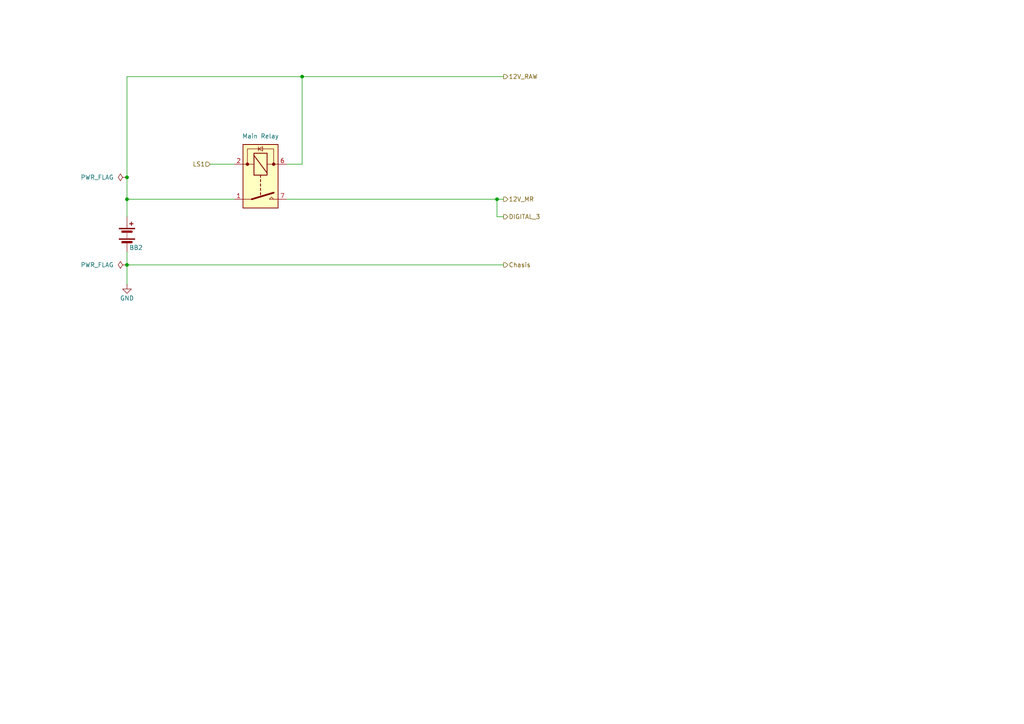
<source format=kicad_sch>
(kicad_sch (version 20250114) (generator "eeschema") (generator_version "9.0")
  (paper "A4")
  (lib_symbols
    (symbol "Device:Battery" (pin_numbers (hide yes)) (pin_names (offset 0) (hide yes))
      (property "Reference" "BT" (at 2.54 2.54 0))
      (property "Value" "Battery" (at 2.54 0 0))
      (symbol "Battery_0_1"
        (rectangle (start -2.286 1.778) (end 2.286 1.524) (fill (type outline)))
        (rectangle (start -2.286 -1.27) (end 2.286 -1.524) (fill (type outline)))
        (rectangle (start -1.524 1.016) (end 1.524 0.508) (fill (type outline)))
        (rectangle (start -1.524 -2.032) (end 1.524 -2.54) (fill (type outline)))
        (polyline (pts (xy 0 1.778) (xy 0 2.54)))
        (polyline (pts (xy 0 0) (xy 0 0.254)))
        (polyline (pts (xy 0 -0.508) (xy 0 -0.254)))
        (polyline (pts (xy 0 -1.016) (xy 0 -0.762)))
        (polyline (pts (xy 0.762 3.048) (xy 1.778 3.048)) (stroke (width 0.254)))
        (polyline (pts (xy 1.27 3.556) (xy 1.27 2.54)) (stroke (width 0.254)))
      )
      (symbol "Battery_1_1"
        (pin passive line (at 0 5.08 270) (length 2.54) (name "+") (number "1"))
        (pin passive line (at 0 -5.08 90) (length 2.54) (name "-") (number "2"))
      )
    )
    (symbol "Relay:DIPxx-1Axx-12xD"
      (property "Reference" "K" (at 8.89 3.81 0))
      (property "Value" "DIPxx-1Axx-12xD" (at 8.89 1.27 0))
      (symbol "DIPxx-1Axx-12xD_0_0"
        (polyline (pts (xy 5.08 5.08) (xy 5.08 2.54) (xy 4.445 3.175) (xy 5.08 3.81)))
      )
      (symbol "DIPxx-1Axx-12xD_0_1"
        (rectangle (start -10.795 5.08) (end 7.62 -5.08) (stroke (width 0.254)) (fill (type background)))
        (polyline (pts (xy -10.16 -0.635) (xy -8.89 -0.635)))
        (polyline (pts (xy -9.525 -0.635) (xy -8.89 0.635) (xy -10.16 0.635) (xy -9.525 -0.635)))
        (rectangle (start -8.255 1.905) (end -1.905 -1.905) (stroke (width 0.254)))
        (polyline (pts (xy -7.62 -1.905) (xy -2.54 1.905)) (stroke (width 0.254)))
        (polyline (pts (xy -5.08 5.08) (xy -5.08 1.905)))
        (circle (center -5.08 3.81) (radius 0.4064) (fill (type outline)))
        (circle (center -5.08 -3.81) (radius 0.4064) (fill (type outline)))
        (polyline (pts (xy -5.08 -3.81) (xy -9.525 -3.81) (xy -9.525 3.81) (xy -5.08 3.81)))
        (polyline (pts (xy -5.08 -5.08) (xy -5.08 -1.905)))
        (polyline (pts (xy -1.905 0) (xy -1.27 0)) (stroke (width 0.254)))
        (polyline (pts (xy -0.635 0) (xy 0 0)) (stroke (width 0.254)))
        (polyline (pts (xy 0.635 0) (xy 1.27 0)) (stroke (width 0.254)))
        (polyline (pts (xy 1.905 0) (xy 2.54 0)) (stroke (width 0.254)))
        (polyline (pts (xy 3.175 0) (xy 3.81 0)) (stroke (width 0.254)))
        (polyline (pts (xy 5.08 -2.54) (xy 3.175 3.81)) (stroke (width 0.508)))
        (polyline (pts (xy 5.08 -2.54) (xy 5.08 -5.08)))
      )
      (symbol "DIPxx-1Axx-12xD_1_1"
        (pin passive line (at -5.08 7.62 270) (length 2.54) (name "~") (number "6"))
        (pin passive line (at -5.08 -7.62 90) (length 2.54) (hide yes) (name "~") (number "13"))
        (pin passive line (at -5.08 -7.62 90) (length 2.54) (name "~") (number "2"))
        (pin passive line (at 5.08 7.62 270) (length 2.54) (name "~") (number "7"))
        (pin passive line (at 5.08 7.62 270) (length 2.54) (hide yes) (name "~") (number "8"))
        (pin passive line (at 5.08 -7.62 90) (length 2.54) (name "~") (number "1"))
        (pin passive line (at 5.08 -7.62 90) (length 2.54) (hide yes) (name "~") (number "14"))
      )
    )
    (symbol "power:GND" (power) (pin_numbers (hide yes)) (pin_names (offset 0) (hide yes))
      (property "Value" "GND" (at 0 -3.81 0))
      (symbol "GND_0_1"
        (polyline (pts (xy 0 0) (xy 0 -1.27) (xy 1.27 -1.27) (xy 0 -2.54) (xy -1.27 -1.27) (xy 0 -1.27)))
      )
      (symbol "GND_1_1"
        (pin power_in line (at 0 0 270) (length 0) (name "~") (number "1"))
      )
    )
    (symbol "power:PWR_FLAG" (power) (pin_numbers (hide yes)) (pin_names (offset 0) (hide yes))
      (property "Value" "PWR_FLAG" (at 0 3.81 0))
      (symbol "PWR_FLAG_0_0"
        (pin power_out line (at 0 0 90) (length 0) (name "~") (number "1"))
      )
      (symbol "PWR_FLAG_0_1"
        (polyline (pts (xy 0 0) (xy 0 1.27) (xy -1.016 1.905) (xy 0 2.54) (xy 1.016 1.905) (xy 0 1.27)))
      )
    )
  )
  (junction (at 87.63 22.225))
  (junction (at 36.83 76.835))
  (junction (at 36.83 51.435))
  (junction (at 36.83 57.785))
  (junction (at 144.145 57.785))
  (wire (pts (xy 36.83 22.225) (xy 87.63 22.225)))
  (wire (pts (xy 36.83 76.835) (xy 36.83 82.55)))
  (wire (pts (xy 36.83 57.785) (xy 36.83 51.435)))
  (wire (pts (xy 87.63 22.225) (xy 87.63 47.625)))
  (wire (pts (xy 36.83 57.785) (xy 67.945 57.785)))
  (wire (pts (xy 144.145 62.865) (xy 146.05 62.865)))
  (wire (pts (xy 36.83 22.225) (xy 36.83 51.435)))
  (wire (pts (xy 87.63 22.225) (xy 146.05 22.225)))
  (wire (pts (xy 83.185 47.625) (xy 87.63 47.625)))
  (wire (pts (xy 144.145 57.785) (xy 144.145 62.865)))
  (wire (pts (xy 144.145 57.785) (xy 83.185 57.785)))
  (wire (pts (xy 60.96 47.625) (xy 67.945 47.625)))
  (wire (pts (xy 146.05 57.785) (xy 144.145 57.785)))
  (wire (pts (xy 36.83 76.835) (xy 146.05 76.835)))
  (wire (pts (xy 36.83 73.025) (xy 36.83 76.835)))
  (wire (pts (xy 36.83 62.865) (xy 36.83 57.785)))
  (hierarchical_label "Chasis" (shape output) (at 146.05 76.835 0))
  (hierarchical_label "LS1" (shape input) (at 60.96 47.625 180))
  (hierarchical_label "12V_RAW" (shape output) (at 146.05 22.225 0))
  (hierarchical_label "12V_MR" (shape output) (at 146.05 57.785 0))
  (hierarchical_label "DIGITAL_3" (shape output) (at 146.05 62.865 0))
  (symbol (lib_id "Device:Battery") (at 36.83 67.945 0) (unit 1) (in_bom no) (on_board no)
    (property "Reference" "BB2" (at 37.465 71.8184 0) (effects (justify left)))
    (property "Value" "12V" (effects (hide yes)))
    (property "Footprint" "Battery:BatteryHolder_Keystone_2479_3xAAA" (effects (hide yes)))
    (property "Description" "Multiple-cell battery" (effects (hide yes)))
  )
  (symbol (lib_id "power:PWR_FLAG") (at 36.83 76.835 90) (unit 1) (in_bom no) (on_board no)
    (property "Reference" "#FLG010" (effects (hide yes)))
    (property "Value" "PWR_FLAG" (at 33.02 76.8349 90) (effects (justify left)))
    (property "Description" "Special symbol for telling ERC where power comes from" (effects (hide yes)))
  )
  (symbol (lib_id "Relay:DIPxx-1Axx-12xD") (at 75.565 52.705 270) (unit 1)
    (property "Reference" "K5" (effects (hide yes)))
    (property "Value" "Main Relay" (at 75.5649 39.497 90))
    (property "Footprint" "Relay_THT:Relay_StandexMeder_DIP_LowProfile" (effects (hide yes)))
    (property "Datasheet" "https://standexelectronics.com/wp-content/uploads/datasheet_reed_relay_DIP.pdf" (effects (hide yes)))
    (property "Description" "Standex Meder DIP reed relay, SPST, Closing Contact, including diode" (effects (hide yes)))
  )
  (symbol (lib_id "power:GND") (at 36.83 82.55 0) (unit 1) (in_bom no) (on_board no)
    (property "Reference" "#PWR0348" (effects (hide yes)))
    (property "Value" "GND" (at 36.8301 86.487 0))
    (property "Description" "Power symbol creates a global label with name \"GND\" , ground" (effects (hide yes)))
  )
  (symbol (lib_id "power:PWR_FLAG") (at 36.83 51.435 90) (unit 1) (in_bom no) (on_board no)
    (property "Reference" "#FLG09" (effects (hide yes)))
    (property "Value" "PWR_FLAG" (at 33.02 51.4349 90) (effects (justify left)))
    (property "Description" "Special symbol for telling ERC where power comes from" (effects (hide yes)))
  )
)
</source>
